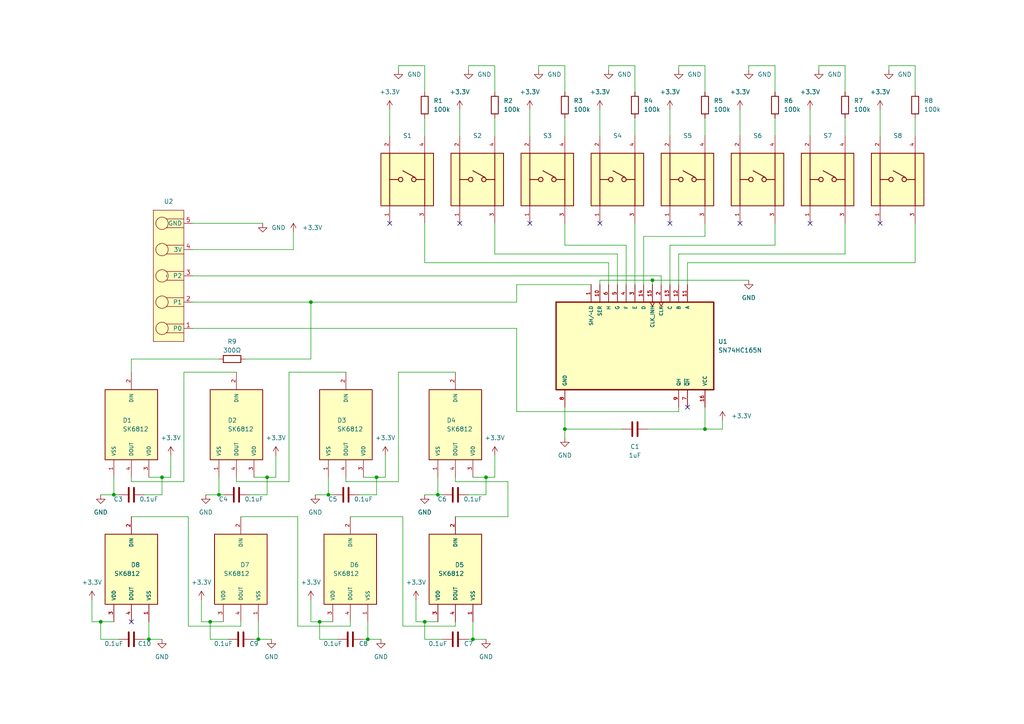
<source format=kicad_sch>
(kicad_sch (version 20230121) (generator eeschema)
  (paper "A4")
  (title_block (title "Basic SMT soldering micro:bit accessory") (date "2024-05-14"))
  (lib_symbols
    (symbol "1655:1655" (pin_names (offset 1.016))
      (property "Reference" "D" (at -10.1621 8.8923 0))
      (property "Value" "1655" (at -10.16 -8.89 0))
      (symbol "1655_0_0"
        (rectangle (start -10.16 -7.62) (end 10.16 7.62) (stroke (width 0.254)) (fill (type background)))
        (pin power_in line (at 15.24 -5.08 180) (length 5.08) (name "VSS") (number "1"))
        (pin input line (at -15.24 0 0) (length 5.08) (name "DIN") (number "2"))
        (pin power_in line (at 15.24 5.08 180) (length 5.08) (name "VDD") (number "3"))
        (pin output line (at 15.24 0 180) (length 5.08) (name "DOUT") (number "4"))
      )
    )
    (symbol "Device:C" (pin_numbers hide) (pin_names (offset 0.254))
      (property "Reference" "C" (at 0.635 2.54 0))
      (property "Value" "C" (at 0.635 -2.54 0))
      (symbol "C_0_1"
        (polyline (pts (xy -2.032 -0.762) (xy 2.032 -0.762)) (stroke (width 0.508)))
        (polyline (pts (xy -2.032 0.762) (xy 2.032 0.762)) (stroke (width 0.508)))
      )
      (symbol "C_1_1"
        (pin passive line (at 0 3.81 270) (length 2.794) (name "~") (number "1"))
        (pin passive line (at 0 -3.81 90) (length 2.794) (name "~") (number "2"))
      )
    )
    (symbol "Device:R" (pin_numbers hide) (pin_names (offset 0))
      (property "Reference" "R" (at 2.032 0 90))
      (property "Value" "R" (at 0 0 90))
      (symbol "R_0_1"
        (rectangle (start -1.016 -2.54) (end 1.016 2.54) (stroke (width 0.254)))
      )
      (symbol "R_1_1"
        (pin passive line (at 0 3.81 270) (length 1.27) (name "~") (number "1"))
        (pin passive line (at 0 -3.81 90) (length 1.27) (name "~") (number "2"))
      )
    )
    (symbol "Microbit_accessory:expansion_connector"
      (property "Reference" "U" (at -22.86 5.08 0))
      (symbol "expansion_connector_0_1"
        (circle (center -15.24 2.54) (radius 1.7961))
        (circle (center -7.62 2.54) (radius 1.7961))
        (polyline (pts (xy -16.51 -3.81) (xy -16.51 1.27)))
        (polyline (pts (xy -13.97 1.27) (xy -13.97 -3.81)))
        (polyline (pts (xy -8.89 -3.81) (xy -8.89 1.27)))
        (polyline (pts (xy -6.35 1.27) (xy -6.35 -3.81)))
        (polyline (pts (xy -1.27 -3.81) (xy -1.27 1.27)))
        (polyline (pts (xy 1.27 1.27) (xy 1.27 -3.81)))
        (polyline (pts (xy 6.35 1.27) (xy 6.35 -3.81)))
        (polyline (pts (xy 8.89 -3.81) (xy 8.89 1.27)))
        (polyline (pts (xy 13.97 1.27) (xy 13.97 -3.81)))
        (polyline (pts (xy 16.51 1.27) (xy 16.51 -3.81)))
        (circle (center 0 2.54) (radius 1.7961))
        (circle (center 7.62 2.54) (radius 1.7961))
        (circle (center 15.24 2.54) (radius 1.7961))
      )
      (symbol "expansion_connector_1_1"
        (rectangle (start -19.05 5.08) (end 19.05 -3.81) (fill (type background)))
        (pin bidirectional line (at -15.24 -6.35 90) (length 2.54) (name "P0") (number "1"))
        (pin bidirectional line (at -7.62 -6.35 90) (length 2.54) (name "P1") (number "2"))
        (pin bidirectional line (at 0 -6.35 90) (length 2.54) (name "P2") (number "3"))
        (pin power_out line (at 7.62 -6.35 90) (length 2.54) (name "3V") (number "4"))
        (pin power_out line (at 15.24 -6.35 90) (length 2.54) (name "GND") (number "5"))
      )
    )
    (symbol "SN74HC165N:SN74HC165N" (pin_names (offset 1.016))
      (property "Reference" "U" (at -12.7 23.86 0))
      (property "Value" "SN74HC165N" (at -12.7 -26.86 0))
      (symbol "SN74HC165N_0_0"
        (rectangle (start -12.7 -22.86) (end 12.7 22.86) (stroke (width 0.41)) (fill (type background)))
        (pin input line (at -17.78 -12.7 0) (length 5.08) (name "SH/~LD") (number "1"))
        (pin input line (at -17.78 -10.16 0) (length 5.08) (name "SER") (number "10"))
        (pin input line (at -17.78 15.24 0) (length 5.08) (name "A") (number "11"))
        (pin input line (at -17.78 12.7 0) (length 5.08) (name "B") (number "12"))
        (pin input line (at -17.78 10.16 0) (length 5.08) (name "C") (number "13"))
        (pin input line (at -17.78 2.54 0) (length 5.08) (name "D") (number "14"))
        (pin input clock (at -17.78 5.08 0) (length 5.08) (name "CLK_INH") (number "15"))
        (pin power_in line (at 17.78 20.32 180) (length 5.08) (name "VCC") (number "16"))
        (pin input clock (at -17.78 7.62 0) (length 5.08) (name "CLK") (number "2"))
        (pin input line (at -17.78 0 0) (length 5.08) (name "E") (number "3"))
        (pin input line (at -17.78 -2.54 0) (length 5.08) (name "F") (number "4"))
        (pin input line (at -17.78 -5.08 0) (length 5.08) (name "G") (number "5"))
        (pin input line (at -17.78 -7.62 0) (length 5.08) (name "H") (number "6"))
        (pin output line (at 17.78 15.24 180) (length 5.08) (name "~{QH}") (number "7"))
        (pin power_in line (at 17.78 -20.32 180) (length 5.08) (name "GND") (number "8"))
        (pin output line (at 17.78 12.7 180) (length 5.08) (name "QH") (number "9"))
      )
    )
    (symbol "TS02-66-95-BK-260-LCR-D:TS02-66-95-BK-260-LCR-D" (pin_names (offset 1.016))
      (property "Reference" "S" (at -7.62 8.382 0))
      (property "Value" "TS02-66-95-BK-260-LCR-D" (at -7.62 -8.382 0))
      (symbol "TS02-66-95-BK-260-LCR-D_0_0"
        (rectangle (start -7.62 -7.62) (end 7.62 7.62) (stroke (width 0.254)) (fill (type background)))
        (circle (center 0 -1.905) (radius 0.635) (stroke (width 0.254)))
        (polyline (pts (xy 0 -5.08) (xy -7.62 -5.08)) (stroke (width 0.254)))
        (polyline (pts (xy 0 -5.08) (xy 7.62 -5.08)) (stroke (width 0.254)))
        (polyline (pts (xy 0 -2.54) (xy 0 -5.08)) (stroke (width 0.254)))
        (polyline (pts (xy 0 5.08) (xy -7.62 5.08)) (stroke (width 0.254)))
        (polyline (pts (xy 0 5.08) (xy 0 2.54)) (stroke (width 0.254)))
        (polyline (pts (xy 0 5.08) (xy 7.62 5.08)) (stroke (width 0.254)))
        (polyline (pts (xy 0.635 -2.2225) (xy 2.54 1.27)) (stroke (width 0.254)))
        (circle (center 0 1.905) (radius 0.635) (stroke (width 0.254)))
        (pin passive line (at -12.7 5.08 0) (length 5.08) (name "~") (number "1"))
        (pin passive line (at 12.7 5.08 180) (length 5.08) (name "~") (number "2"))
        (pin passive line (at -12.7 -5.08 0) (length 5.08) (name "~") (number "3"))
        (pin passive line (at 12.7 -5.08 180) (length 5.08) (name "~") (number "4"))
      )
    )
    (symbol "power:+3.3V" (power) (pin_names (offset 0))
      (property "Value" "+3.3V" (at 0 3.556 0))
      (symbol "+3.3V_0_1"
        (polyline (pts (xy -0.762 1.27) (xy 0 2.54)))
        (polyline (pts (xy 0 0) (xy 0 2.54)))
        (polyline (pts (xy 0 2.54) (xy 0.762 1.27)))
      )
      (symbol "+3.3V_1_1"
        (pin power_in line (at 0 0 90) (length 0) hide (name "+3.3V") (number "1"))
      )
    )
    (symbol "power:GND" (power) (pin_names (offset 0))
      (property "Value" "GND" (at 0 -3.81 0))
      (symbol "GND_0_1"
        (polyline (pts (xy 0 0) (xy 0 -1.27) (xy 1.27 -1.27) (xy 0 -2.54) (xy -1.27 -1.27) (xy 0 -1.27)))
      )
      (symbol "GND_1_1"
        (pin power_in line (at 0 0 270) (length 0) hide (name "GND") (number "1"))
      )
    )
  )
  (junction (at 137.16 185.42))
  (junction (at 106.68 185.42))
  (junction (at 33.02 143.51))
  (junction (at 189.23 81.28))
  (junction (at 46.99 138.43))
  (junction (at 90.17 87.63))
  (junction (at 60.96 180.34))
  (junction (at 204.47 124.46))
  (junction (at 140.97 138.43))
  (junction (at 92.71 180.34))
  (junction (at 77.47 138.43))
  (junction (at 123.19 180.34))
  (junction (at 95.25 143.51))
  (junction (at 29.21 180.34))
  (junction (at 109.22 138.43))
  (junction (at 163.83 124.46))
  (junction (at 43.18 185.42))
  (junction (at 63.5 143.51))
  (junction (at 74.93 185.42))
  (junction (at 127 143.51))
  (no_connect (at 133.35 64.77))
  (no_connect (at 113.03 64.77))
  (no_connect (at 194.31 64.77))
  (no_connect (at 153.67 64.77))
  (no_connect (at 255.27 64.77))
  (no_connect (at 234.95 64.77))
  (no_connect (at 199.39 118.11))
  (no_connect (at 38.1 180.34))
  (no_connect (at 214.63 64.77))
  (no_connect (at 173.99 64.77))
  (wire (pts (xy 149.86 95.25) (xy 55.88 95.25)))
  (wire (pts (xy 77.47 138.43) (xy 80.01 138.43)))
  (wire (pts (xy 120.65 173.99) (xy 120.65 180.34)))
  (wire (pts (xy 55.88 72.39) (xy 85.09 72.39)))
  (wire (pts (xy 163.83 19.05) (xy 163.83 26.67)))
  (wire (pts (xy 143.51 64.77) (xy 143.51 73.66)))
  (wire (pts (xy 49.53 132.08) (xy 49.53 138.43)))
  (wire (pts (xy 105.41 138.43) (xy 109.22 138.43)))
  (wire (pts (xy 176.53 76.2) (xy 176.53 82.55)))
  (wire (pts (xy 123.19 180.34) (xy 123.19 185.42)))
  (wire (pts (xy 113.03 31.75) (xy 113.03 39.37)))
  (wire (pts (xy 199.39 76.2) (xy 199.39 82.55)))
  (wire (pts (xy 257.81 19.05) (xy 265.43 19.05)))
  (wire (pts (xy 92.71 180.34) (xy 92.71 185.42)))
  (wire (pts (xy 137.16 138.43) (xy 140.97 138.43)))
  (wire (pts (xy 163.83 64.77) (xy 163.83 71.12)))
  (wire (pts (xy 90.17 87.63) (xy 149.86 87.63)))
  (wire (pts (xy 58.42 173.99) (xy 58.42 180.34)))
  (wire (pts (xy 189.23 81.28) (xy 217.17 81.28)))
  (wire (pts (xy 106.68 180.34) (xy 106.68 185.42)))
  (wire (pts (xy 85.09 67.31) (xy 85.09 72.39)))
  (wire (pts (xy 68.58 139.7) (xy 83.82 139.7)))
  (wire (pts (xy 123.19 34.29) (xy 123.19 39.37)))
  (wire (pts (xy 95.25 143.51) (xy 91.44 143.51)))
  (wire (pts (xy 204.47 34.29) (xy 204.47 39.37)))
  (wire (pts (xy 140.97 138.43) (xy 140.97 143.51)))
  (wire (pts (xy 116.84 181.61) (xy 116.84 149.86)))
  (wire (pts (xy 132.08 181.61) (xy 116.84 181.61)))
  (wire (pts (xy 163.83 118.11) (xy 163.83 124.46)))
  (wire (pts (xy 196.85 118.11) (xy 196.85 119.38)))
  (wire (pts (xy 184.15 19.05) (xy 184.15 26.67)))
  (wire (pts (xy 95.25 143.51) (xy 96.52 143.51)))
  (wire (pts (xy 86.36 181.61) (xy 86.36 149.86)))
  (wire (pts (xy 135.89 20.32) (xy 135.89 19.05)))
  (wire (pts (xy 74.93 185.42) (xy 78.74 185.42)))
  (wire (pts (xy 54.61 149.86) (xy 38.1 149.86)))
  (wire (pts (xy 176.53 19.05) (xy 184.15 19.05)))
  (wire (pts (xy 55.88 87.63) (xy 90.17 87.63)))
  (wire (pts (xy 68.58 138.43) (xy 68.58 139.7)))
  (wire (pts (xy 184.15 34.29) (xy 184.15 39.37)))
  (wire (pts (xy 38.1 139.7) (xy 53.34 139.7)))
  (wire (pts (xy 74.93 185.42) (xy 73.66 185.42)))
  (wire (pts (xy 153.67 31.75) (xy 153.67 39.37)))
  (wire (pts (xy 64.77 180.34) (xy 60.96 180.34)))
  (wire (pts (xy 135.89 143.51) (xy 140.97 143.51)))
  (wire (pts (xy 204.47 19.05) (xy 204.47 26.67)))
  (wire (pts (xy 33.02 143.51) (xy 34.29 143.51)))
  (wire (pts (xy 194.31 71.12) (xy 194.31 82.55)))
  (wire (pts (xy 69.85 180.34) (xy 69.85 181.61)))
  (wire (pts (xy 53.34 107.95) (xy 68.58 107.95)))
  (wire (pts (xy 149.86 119.38) (xy 149.86 95.25)))
  (wire (pts (xy 54.61 149.86) (xy 54.61 181.61)))
  (wire (pts (xy 63.5 138.43) (xy 63.5 143.51)))
  (wire (pts (xy 149.86 119.38) (xy 196.85 119.38)))
  (wire (pts (xy 123.19 180.34) (xy 120.65 180.34)))
  (wire (pts (xy 127 143.51) (xy 128.27 143.51)))
  (wire (pts (xy 43.18 138.43) (xy 46.99 138.43)))
  (wire (pts (xy 137.16 185.42) (xy 140.97 185.42)))
  (wire (pts (xy 135.89 19.05) (xy 143.51 19.05)))
  (wire (pts (xy 137.16 185.42) (xy 135.89 185.42)))
  (wire (pts (xy 265.43 19.05) (xy 265.43 26.67)))
  (wire (pts (xy 74.93 180.34) (xy 74.93 185.42)))
  (wire (pts (xy 265.43 34.29) (xy 265.43 39.37)))
  (wire (pts (xy 163.83 124.46) (xy 163.83 127)))
  (wire (pts (xy 224.79 71.12) (xy 194.31 71.12)))
  (wire (pts (xy 80.01 132.08) (xy 80.01 138.43)))
  (wire (pts (xy 214.63 31.75) (xy 214.63 39.37)))
  (wire (pts (xy 245.11 73.66) (xy 196.85 73.66)))
  (wire (pts (xy 115.57 19.05) (xy 115.57 20.32)))
  (wire (pts (xy 187.96 124.46) (xy 204.47 124.46)))
  (wire (pts (xy 245.11 64.77) (xy 245.11 73.66)))
  (wire (pts (xy 163.83 71.12) (xy 181.61 71.12)))
  (wire (pts (xy 237.49 19.05) (xy 245.11 19.05)))
  (wire (pts (xy 234.95 31.75) (xy 234.95 39.37)))
  (wire (pts (xy 173.99 81.28) (xy 189.23 81.28)))
  (wire (pts (xy 63.5 143.51) (xy 59.69 143.51)))
  (wire (pts (xy 127 143.51) (xy 123.19 143.51)))
  (wire (pts (xy 38.1 104.14) (xy 63.5 104.14)))
  (wire (pts (xy 43.18 185.42) (xy 46.99 185.42)))
  (wire (pts (xy 137.16 180.34) (xy 137.16 185.42)))
  (wire (pts (xy 115.57 107.95) (xy 115.57 139.7)))
  (wire (pts (xy 46.99 138.43) (xy 46.99 143.51)))
  (wire (pts (xy 92.71 180.34) (xy 90.17 180.34)))
  (wire (pts (xy 245.11 19.05) (xy 245.11 26.67)))
  (wire (pts (xy 257.81 20.32) (xy 257.81 19.05)))
  (wire (pts (xy 128.27 185.42) (xy 123.19 185.42)))
  (wire (pts (xy 26.67 173.99) (xy 26.67 180.34)))
  (wire (pts (xy 196.85 19.05) (xy 204.47 19.05)))
  (wire (pts (xy 38.1 107.95) (xy 38.1 104.14)))
  (wire (pts (xy 100.33 138.43) (xy 100.33 139.7)))
  (wire (pts (xy 163.83 124.46) (xy 180.34 124.46)))
  (wire (pts (xy 181.61 71.12) (xy 181.61 82.55)))
  (wire (pts (xy 90.17 87.63) (xy 90.17 104.14)))
  (wire (pts (xy 60.96 180.34) (xy 58.42 180.34)))
  (wire (pts (xy 176.53 20.32) (xy 176.53 19.05)))
  (wire (pts (xy 33.02 138.43) (xy 33.02 143.51)))
  (wire (pts (xy 101.6 181.61) (xy 86.36 181.61)))
  (wire (pts (xy 109.22 138.43) (xy 109.22 143.51)))
  (wire (pts (xy 237.49 20.32) (xy 237.49 19.05)))
  (wire (pts (xy 143.51 73.66) (xy 179.07 73.66)))
  (wire (pts (xy 63.5 143.51) (xy 64.77 143.51)))
  (wire (pts (xy 41.91 143.51) (xy 46.99 143.51)))
  (wire (pts (xy 156.21 19.05) (xy 163.83 19.05)))
  (wire (pts (xy 104.14 143.51) (xy 109.22 143.51)))
  (wire (pts (xy 196.85 73.66) (xy 196.85 82.55)))
  (wire (pts (xy 156.21 20.32) (xy 156.21 19.05)))
  (wire (pts (xy 147.32 139.7) (xy 147.32 149.86)))
  (wire (pts (xy 186.69 68.58) (xy 186.69 82.55)))
  (wire (pts (xy 86.36 149.86) (xy 69.85 149.86)))
  (wire (pts (xy 106.68 185.42) (xy 105.41 185.42)))
  (wire (pts (xy 149.86 82.55) (xy 149.86 87.63)))
  (wire (pts (xy 43.18 180.34) (xy 43.18 185.42)))
  (wire (pts (xy 127 180.34) (xy 123.19 180.34)))
  (wire (pts (xy 194.31 31.75) (xy 194.31 39.37)))
  (wire (pts (xy 83.82 139.7) (xy 83.82 107.95)))
  (wire (pts (xy 189.23 82.55) (xy 189.23 81.28)))
  (wire (pts (xy 132.08 139.7) (xy 147.32 139.7)))
  (wire (pts (xy 123.19 64.77) (xy 123.19 76.2)))
  (wire (pts (xy 143.51 34.29) (xy 143.51 39.37)))
  (wire (pts (xy 224.79 19.05) (xy 224.79 26.67)))
  (wire (pts (xy 265.43 76.2) (xy 199.39 76.2)))
  (wire (pts (xy 163.83 34.29) (xy 163.83 39.37)))
  (wire (pts (xy 173.99 82.55) (xy 173.99 81.28)))
  (wire (pts (xy 173.99 31.75) (xy 173.99 39.37)))
  (wire (pts (xy 83.82 107.95) (xy 100.33 107.95)))
  (wire (pts (xy 143.51 19.05) (xy 143.51 26.67)))
  (wire (pts (xy 77.47 138.43) (xy 77.47 143.51)))
  (wire (pts (xy 55.88 64.77) (xy 76.2 64.77)))
  (wire (pts (xy 217.17 20.32) (xy 217.17 19.05)))
  (wire (pts (xy 111.76 132.08) (xy 111.76 138.43)))
  (wire (pts (xy 196.85 20.32) (xy 196.85 19.05)))
  (wire (pts (xy 217.17 19.05) (xy 224.79 19.05)))
  (wire (pts (xy 184.15 64.77) (xy 184.15 82.55)))
  (wire (pts (xy 127 138.43) (xy 127 143.51)))
  (wire (pts (xy 245.11 34.29) (xy 245.11 39.37)))
  (wire (pts (xy 123.19 19.05) (xy 123.19 26.67)))
  (wire (pts (xy 109.22 138.43) (xy 111.76 138.43)))
  (wire (pts (xy 90.17 173.99) (xy 90.17 180.34)))
  (wire (pts (xy 265.43 64.77) (xy 265.43 76.2)))
  (wire (pts (xy 116.84 149.86) (xy 101.6 149.86)))
  (wire (pts (xy 149.86 82.55) (xy 171.45 82.55)))
  (wire (pts (xy 106.68 185.42) (xy 110.49 185.42)))
  (wire (pts (xy 132.08 138.43) (xy 132.08 139.7)))
  (wire (pts (xy 95.25 138.43) (xy 95.25 143.51)))
  (wire (pts (xy 204.47 64.77) (xy 204.47 68.58)))
  (wire (pts (xy 43.18 185.42) (xy 41.91 185.42)))
  (wire (pts (xy 204.47 118.11) (xy 204.47 124.46)))
  (wire (pts (xy 33.02 143.51) (xy 29.21 143.51)))
  (wire (pts (xy 123.19 76.2) (xy 176.53 76.2)))
  (wire (pts (xy 60.96 180.34) (xy 60.96 185.42)))
  (wire (pts (xy 69.85 181.61) (xy 54.61 181.61)))
  (wire (pts (xy 209.55 124.46) (xy 209.55 121.92)))
  (wire (pts (xy 115.57 19.05) (xy 123.19 19.05)))
  (wire (pts (xy 34.29 185.42) (xy 29.21 185.42)))
  (wire (pts (xy 66.04 185.42) (xy 60.96 185.42)))
  (wire (pts (xy 115.57 107.95) (xy 132.08 107.95)))
  (wire (pts (xy 133.35 31.75) (xy 133.35 39.37)))
  (wire (pts (xy 29.21 180.34) (xy 29.21 185.42)))
  (wire (pts (xy 100.33 139.7) (xy 115.57 139.7)))
  (wire (pts (xy 143.51 132.08) (xy 143.51 138.43)))
  (wire (pts (xy 101.6 180.34) (xy 101.6 181.61)))
  (wire (pts (xy 71.12 104.14) (xy 90.17 104.14)))
  (wire (pts (xy 224.79 64.77) (xy 224.79 71.12)))
  (wire (pts (xy 204.47 68.58) (xy 186.69 68.58)))
  (wire (pts (xy 29.21 180.34) (xy 26.67 180.34)))
  (wire (pts (xy 209.55 124.46) (xy 204.47 124.46)))
  (wire (pts (xy 53.34 139.7) (xy 53.34 107.95)))
  (wire (pts (xy 97.79 185.42) (xy 92.71 185.42)))
  (wire (pts (xy 46.99 138.43) (xy 49.53 138.43)))
  (wire (pts (xy 132.08 180.34) (xy 132.08 181.61)))
  (wire (pts (xy 224.79 34.29) (xy 224.79 39.37)))
  (wire (pts (xy 140.97 138.43) (xy 143.51 138.43)))
  (wire (pts (xy 55.88 80.01) (xy 191.77 80.01)))
  (wire (pts (xy 132.08 149.86) (xy 147.32 149.86)))
  (wire (pts (xy 33.02 180.34) (xy 29.21 180.34)))
  (wire (pts (xy 38.1 138.43) (xy 38.1 139.7)))
  (wire (pts (xy 255.27 31.75) (xy 255.27 39.37)))
  (wire (pts (xy 72.39 143.51) (xy 77.47 143.51)))
  (wire (pts (xy 191.77 82.55) (xy 191.77 80.01)))
  (wire (pts (xy 96.52 180.34) (xy 92.71 180.34)))
  (wire (pts (xy 179.07 73.66) (xy 179.07 82.55)))
  (wire (pts (xy 73.66 138.43) (xy 77.47 138.43)))
  (symbol (lib_id "power:+3.3V") (at 90.17 173.99 0) (mirror y) (unit 1)
    (property "Reference" "#PWR032" (effects hide))
    (property "Value" "+3.3V" (at 90.17 168.91 0))
  )
  (symbol (lib_id "power:+3.3V") (at 111.76 132.08 0) (unit 1)
    (property "Reference" "#PWR026" (effects hide))
    (property "Value" "+3.3V" (at 111.76 127 0))
  )
  (symbol (lib_id "Microbit_accessory:expansion_connector") (at 49.53 80.01 90) (unit 1)
    (property "Reference" "U2" (at 48.895 58.42 90))
    (property "Value" "~" (at 48.26 80.01 0))
  )
  (symbol (lib_id "Device:R") (at 204.47 30.48 0) (unit 1)
    (property "Reference" "R5" (at 207.01 29.21 0) (effects (justify left)))
    (property "Value" "100k" (at 207.01 31.75 0) (effects (justify left)))
  )
  (symbol (lib_id "Device:C") (at 38.1 143.51 270) (unit 1)
    (property "Reference" "C3" (at 34.29 144.78 90))
    (property "Value" "0.1uF" (at 43.18 144.78 90))
  )
  (symbol (lib_id "TS02-66-95-BK-260-LCR-D:TS02-66-95-BK-260-LCR-D") (at 199.39 52.07 90) (unit 1)
    (property "Reference" "S5" (at 198.12 39.37 90) (effects (justify right)))
    (property "Value" "TS02-66-95-BK-260-LCR-D" (effects hide))
    (property "Footprint" "TS02-66-95-BK-260-LCR-D:SW_TS02-66-95-BK-260-LCR-D" (effects hide))
    (property "MF" "CUI Devices" (effects hide))
    (property "Description" "6 x 6 mm, 9.5 mm Actuator Height, 260 gf, Black, Long Crimped, Through Hole, SPST, Tactile Switch" (effects hide))
    (property "Package" "None" (effects hide))
    (property "Price" "None" (effects hide))
    (property "Check_prices" "https://www.snapeda.com/parts/TS02-66-95-BK-260-LCR-D/CUI+Devices/view-part/?ref=eda" (effects hide))
    (property "STANDARD" "Manufacturer Recommendations" (effects hide))
    (property "PARTREV" "1.0" (effects hide))
    (property "SnapEDA_Link" "https://www.snapeda.com/parts/TS02-66-95-BK-260-LCR-D/CUI+Devices/view-part/?ref=snap" (effects hide))
    (property "MP" "TS02-66-95-BK-260-LCR-D" (effects hide))
    (property "Purchase-URL" "https://www.snapeda.com/api/url_track_click_mouser/?unipart_id=8666106&manufacturer=CUI Devices&part_name=TS02-66-95-BK-260-LCR-D&search_term=tactile switch" (effects hide))
    (property "CUI_purchase_URL" "https://www.cuidevices.com/product/switches/tactile-switches/ts02-66-95-bk-260-lcr-d?utm_source=snapeda.com&utm_medium=referral&utm_campaign=snapedaBOM" (effects hide))
    (property "Availability" "In Stock" (effects hide))
    (property "MANUFACTURER" "CUI Devices" (effects hide))
  )
  (symbol (lib_id "power:+3.3V") (at 153.67 31.75 0) (unit 1)
    (property "Reference" "#PWR012" (effects hide))
    (property "Value" "+3.3V" (at 153.67 26.67 0))
  )
  (symbol (lib_id "1655:1655") (at 38.1 165.1 90) (mirror x) (unit 1)
    (property "Reference" "D8" (at 40.64 163.83 90) (effects (justify left)))
    (property "Value" "SK6812" (at 40.64 166.37 90) (effects (justify left)))
    (property "Footprint" "1655:LED_1655" (effects hide))
    (property "MF" "Adafruit Industries" (effects hide))
    (property "MAXIMUM_PACKAGE_HEIGHT" "1.6 mm" (effects hide))
    (property "Package" "TSOP-38238 Adafruit Industries" (effects hide))
    (property "Price" "None" (effects hide))
    (property "Check_prices" "https://www.snapeda.com/parts/1655/Adafruit+Industries+LLC/view-part/?ref=eda" (effects hide))
    (property "STANDARD" "Manufacturer recommendations" (effects hide))
    (property "PARTREV" "01" (effects hide))
    (property "SnapEDA_Link" "https://www.snapeda.com/parts/1655/Adafruit+Industries+LLC/view-part/?ref=snap" (effects hide))
    (property "MP" "1655" (effects hide))
    (property "Purchase-URL" "https://www.snapeda.com/api/url_track_click_mouser/?unipart_id=53433&manufacturer=Adafruit Industries&part_name=1655&search_term=neopixel" (effects hide))
    (property "Description" "\nAddressable Lighting Neopixel 10 LED Discrete Serial (Shift Register) Red, Green, Blue (RGB) 5.00mm L x 5.00mm W\n" (effects hide))
    (property "Availability" "In Stock" (effects hide))
    (property "MANUFACTURER" "Adafruit Industries" (effects hide))
  )
  (symbol (lib_id "Device:C") (at 100.33 143.51 270) (unit 1)
    (property "Reference" "C5" (at 96.52 144.78 90))
    (property "Value" "0.1uF" (at 105.41 144.78 90))
  )
  (symbol (lib_id "power:GND") (at 76.2 64.77 0) (unit 1)
    (property "Reference" "#PWR016" (effects hide))
    (property "Value" "GND" (at 78.74 66.04 0) (effects (justify left)))
  )
  (symbol (lib_id "1655:1655") (at 68.58 123.19 270) (unit 1)
    (property "Reference" "D2" (at 66.04 121.92 90) (effects (justify left)))
    (property "Value" "SK6812" (at 66.04 124.46 90) (effects (justify left)))
    (property "Footprint" "1655:LED_1655" (effects hide))
    (property "MF" "Adafruit Industries" (effects hide))
    (property "MAXIMUM_PACKAGE_HEIGHT" "1.6 mm" (effects hide))
    (property "Package" "TSOP-38238 Adafruit Industries" (effects hide))
    (property "Price" "None" (effects hide))
    (property "Check_prices" "https://www.snapeda.com/parts/1655/Adafruit+Industries+LLC/view-part/?ref=eda" (effects hide))
    (property "STANDARD" "Manufacturer recommendations" (effects hide))
    (property "PARTREV" "01" (effects hide))
    (property "SnapEDA_Link" "https://www.snapeda.com/parts/1655/Adafruit+Industries+LLC/view-part/?ref=snap" (effects hide))
    (property "MP" "1655" (effects hide))
    (property "Purchase-URL" "https://www.snapeda.com/api/url_track_click_mouser/?unipart_id=53433&manufacturer=Adafruit Industries&part_name=1655&search_term=neopixel" (effects hide))
    (property "Description" "\nAddressable Lighting Neopixel 10 LED Discrete Serial (Shift Register) Red, Green, Blue (RGB) 5.00mm L x 5.00mm W\n" (effects hide))
    (property "Availability" "In Stock" (effects hide))
    (property "MANUFACTURER" "Adafruit Industries" (effects hide))
  )
  (symbol (lib_id "TS02-66-95-BK-260-LCR-D:TS02-66-95-BK-260-LCR-D") (at 138.43 52.07 90) (unit 1)
    (property "Reference" "S2" (at 137.16 39.37 90) (effects (justify right)))
    (property "Value" "TS02-66-95-BK-260-LCR-D" (effects hide))
    (property "Footprint" "TS02-66-95-BK-260-LCR-D:SW_TS02-66-95-BK-260-LCR-D" (effects hide))
    (property "MF" "CUI Devices" (effects hide))
    (property "Description" "6 x 6 mm, 9.5 mm Actuator Height, 260 gf, Black, Long Crimped, Through Hole, SPST, Tactile Switch" (effects hide))
    (property "Package" "None" (effects hide))
    (property "Price" "None" (effects hide))
    (property "Check_prices" "https://www.snapeda.com/parts/TS02-66-95-BK-260-LCR-D/CUI+Devices/view-part/?ref=eda" (effects hide))
    (property "STANDARD" "Manufacturer Recommendations" (effects hide))
    (property "PARTREV" "1.0" (effects hide))
    (property "SnapEDA_Link" "https://www.snapeda.com/parts/TS02-66-95-BK-260-LCR-D/CUI+Devices/view-part/?ref=snap" (effects hide))
    (property "MP" "TS02-66-95-BK-260-LCR-D" (effects hide))
    (property "Purchase-URL" "https://www.snapeda.com/api/url_track_click_mouser/?unipart_id=8666106&manufacturer=CUI Devices&part_name=TS02-66-95-BK-260-LCR-D&search_term=tactile switch" (effects hide))
    (property "CUI_purchase_URL" "https://www.cuidevices.com/product/switches/tactile-switches/ts02-66-95-bk-260-lcr-d?utm_source=snapeda.com&utm_medium=referral&utm_campaign=snapedaBOM" (effects hide))
    (property "Availability" "In Stock" (effects hide))
    (property "MANUFACTURER" "CUI Devices" (effects hide))
  )
  (symbol (lib_id "power:GND") (at 29.21 143.51 0) (unit 1)
    (property "Reference" "#PWR022" (effects hide))
    (property "Value" "GND" (at 29.21 148.59 0))
  )
  (symbol (lib_id "Device:R") (at 245.11 30.48 0) (unit 1)
    (property "Reference" "R7" (at 247.65 29.21 0) (effects (justify left)))
    (property "Value" "100k" (at 247.65 31.75 0) (effects (justify left)))
  )
  (symbol (lib_id "power:+3.3V") (at 194.31 31.75 0) (unit 1)
    (property "Reference" "#PWR014" (effects hide))
    (property "Value" "+3.3V" (at 194.31 26.67 0))
  )
  (symbol (lib_id "power:+3.3V") (at 209.55 121.92 0) (unit 1)
    (property "Reference" "#PWR020" (effects hide))
    (property "Value" "+3.3V" (at 212.09 120.65 0) (effects (justify left)))
  )
  (symbol (lib_id "Device:R") (at 265.43 30.48 0) (unit 1)
    (property "Reference" "R8" (at 267.97 29.21 0) (effects (justify left)))
    (property "Value" "100k" (at 267.97 31.75 0) (effects (justify left)))
  )
  (symbol (lib_id "1655:1655") (at 38.1 123.19 270) (unit 1)
    (property "Reference" "D1" (at 35.56 121.92 90) (effects (justify left)))
    (property "Value" "SK6812" (at 35.56 124.46 90) (effects (justify left)))
    (property "Footprint" "1655:LED_1655" (effects hide))
    (property "MF" "Adafruit Industries" (effects hide))
    (property "MAXIMUM_PACKAGE_HEIGHT" "1.6 mm" (effects hide))
    (property "Package" "TSOP-38238 Adafruit Industries" (effects hide))
    (property "Price" "None" (effects hide))
    (property "Check_prices" "https://www.snapeda.com/parts/1655/Adafruit+Industries+LLC/view-part/?ref=eda" (effects hide))
    (property "STANDARD" "Manufacturer recommendations" (effects hide))
    (property "PARTREV" "01" (effects hide))
    (property "SnapEDA_Link" "https://www.snapeda.com/parts/1655/Adafruit+Industries+LLC/view-part/?ref=snap" (effects hide))
    (property "MP" "1655" (effects hide))
    (property "Purchase-URL" "https://www.snapeda.com/api/url_track_click_mouser/?unipart_id=53433&manufacturer=Adafruit Industries&part_name=1655&search_term=neopixel" (effects hide))
    (property "Description" "\nAddressable Lighting Neopixel 10 LED Discrete Serial (Shift Register) Red, Green, Blue (RGB) 5.00mm L x 5.00mm W\n" (effects hide))
    (property "Availability" "In Stock" (effects hide))
    (property "MANUFACTURER" "Adafruit Industries" (effects hide))
  )
  (symbol (lib_id "TS02-66-95-BK-260-LCR-D:TS02-66-95-BK-260-LCR-D") (at 260.35 52.07 90) (unit 1)
    (property "Reference" "S8" (at 259.08 39.37 90) (effects (justify right)))
    (property "Value" "TS02-66-95-BK-260-LCR-D" (effects hide))
    (property "Footprint" "TS02-66-95-BK-260-LCR-D:SW_TS02-66-95-BK-260-LCR-D" (effects hide))
    (property "MF" "CUI Devices" (effects hide))
    (property "Description" "6 x 6 mm, 9.5 mm Actuator Height, 260 gf, Black, Long Crimped, Through Hole, SPST, Tactile Switch" (effects hide))
    (property "Package" "None" (effects hide))
    (property "Price" "None" (effects hide))
    (property "Check_prices" "https://www.snapeda.com/parts/TS02-66-95-BK-260-LCR-D/CUI+Devices/view-part/?ref=eda" (effects hide))
    (property "STANDARD" "Manufacturer Recommendations" (effects hide))
    (property "PARTREV" "1.0" (effects hide))
    (property "SnapEDA_Link" "https://www.snapeda.com/parts/TS02-66-95-BK-260-LCR-D/CUI+Devices/view-part/?ref=snap" (effects hide))
    (property "MP" "TS02-66-95-BK-260-LCR-D" (effects hide))
    (property "Purchase-URL" "https://www.snapeda.com/api/url_track_click_mouser/?unipart_id=8666106&manufacturer=CUI Devices&part_name=TS02-66-95-BK-260-LCR-D&search_term=tactile switch" (effects hide))
    (property "CUI_purchase_URL" "https://www.cuidevices.com/product/switches/tactile-switches/ts02-66-95-bk-260-lcr-d?utm_source=snapeda.com&utm_medium=referral&utm_campaign=snapedaBOM" (effects hide))
    (property "Availability" "In Stock" (effects hide))
    (property "MANUFACTURER" "CUI Devices" (effects hide))
  )
  (symbol (lib_id "power:+3.3V") (at 255.27 31.75 0) (unit 1)
    (property "Reference" "#PWR019" (effects hide))
    (property "Value" "+3.3V" (at 255.27 26.67 0))
  )
  (symbol (lib_id "power:GND") (at 176.53 20.32 0) (unit 1)
    (property "Reference" "#PWR05" (effects hide))
    (property "Value" "GND" (at 179.07 21.59 0) (effects (justify left)))
  )
  (symbol (lib_id "Device:R") (at 143.51 30.48 0) (unit 1)
    (property "Reference" "R2" (at 146.05 29.21 0) (effects (justify left)))
    (property "Value" "100k" (at 146.05 31.75 0) (effects (justify left)))
  )
  (symbol (lib_id "power:GND") (at 123.19 143.51 0) (unit 1)
    (property "Reference" "#PWR027" (effects hide))
    (property "Value" "GND" (at 123.19 148.59 0))
  )
  (symbol (lib_id "power:GND") (at 110.49 185.42 0) (mirror y) (unit 1)
    (property "Reference" "#PWR031" (effects hide))
    (property "Value" "GND" (at 110.49 190.5 0))
  )
  (symbol (lib_id "TS02-66-95-BK-260-LCR-D:TS02-66-95-BK-260-LCR-D") (at 179.07 52.07 90) (unit 1)
    (property "Reference" "S4" (at 177.8 39.37 90) (effects (justify right)))
    (property "Value" "TS02-66-95-BK-260-LCR-D" (effects hide))
    (property "Footprint" "TS02-66-95-BK-260-LCR-D:SW_TS02-66-95-BK-260-LCR-D" (effects hide))
    (property "MF" "CUI Devices" (effects hide))
    (property "Description" "6 x 6 mm, 9.5 mm Actuator Height, 260 gf, Black, Long Crimped, Through Hole, SPST, Tactile Switch" (effects hide))
    (property "Package" "None" (effects hide))
    (property "Price" "None" (effects hide))
    (property "Check_prices" "https://www.snapeda.com/parts/TS02-66-95-BK-260-LCR-D/CUI+Devices/view-part/?ref=eda" (effects hide))
    (property "STANDARD" "Manufacturer Recommendations" (effects hide))
    (property "PARTREV" "1.0" (effects hide))
    (property "SnapEDA_Link" "https://www.snapeda.com/parts/TS02-66-95-BK-260-LCR-D/CUI+Devices/view-part/?ref=snap" (effects hide))
    (property "MP" "TS02-66-95-BK-260-LCR-D" (effects hide))
    (property "Purchase-URL" "https://www.snapeda.com/api/url_track_click_mouser/?unipart_id=8666106&manufacturer=CUI Devices&part_name=TS02-66-95-BK-260-LCR-D&search_term=tactile switch" (effects hide))
    (property "CUI_purchase_URL" "https://www.cuidevices.com/product/switches/tactile-switches/ts02-66-95-bk-260-lcr-d?utm_source=snapeda.com&utm_medium=referral&utm_campaign=snapedaBOM" (effects hide))
    (property "Availability" "In Stock" (effects hide))
    (property "MANUFACTURER" "CUI Devices" (effects hide))
  )
  (symbol (lib_id "Device:C") (at 68.58 143.51 270) (unit 1)
    (property "Reference" "C4" (at 64.77 144.78 90))
    (property "Value" "0.1uF" (at 73.66 144.78 90))
  )
  (symbol (lib_id "TS02-66-95-BK-260-LCR-D:TS02-66-95-BK-260-LCR-D") (at 158.75 52.07 90) (unit 1)
    (property "Reference" "S3" (at 157.48 39.37 90) (effects (justify right)))
    (property "Value" "TS02-66-95-BK-260-LCR-D" (effects hide))
    (property "Footprint" "TS02-66-95-BK-260-LCR-D:SW_TS02-66-95-BK-260-LCR-D" (effects hide))
    (property "MF" "CUI Devices" (effects hide))
    (property "Description" "6 x 6 mm, 9.5 mm Actuator Height, 260 gf, Black, Long Crimped, Through Hole, SPST, Tactile Switch" (effects hide))
    (property "Package" "None" (effects hide))
    (property "Price" "None" (effects hide))
    (property "Check_prices" "https://www.snapeda.com/parts/TS02-66-95-BK-260-LCR-D/CUI+Devices/view-part/?ref=eda" (effects hide))
    (property "STANDARD" "Manufacturer Recommendations" (effects hide))
    (property "PARTREV" "1.0" (effects hide))
    (property "SnapEDA_Link" "https://www.snapeda.com/parts/TS02-66-95-BK-260-LCR-D/CUI+Devices/view-part/?ref=snap" (effects hide))
    (property "MP" "TS02-66-95-BK-260-LCR-D" (effects hide))
    (property "Purchase-URL" "https://www.snapeda.com/api/url_track_click_mouser/?unipart_id=8666106&manufacturer=CUI Devices&part_name=TS02-66-95-BK-260-LCR-D&search_term=tactile switch" (effects hide))
    (property "CUI_purchase_URL" "https://www.cuidevices.com/product/switches/tactile-switches/ts02-66-95-bk-260-lcr-d?utm_source=snapeda.com&utm_medium=referral&utm_campaign=snapedaBOM" (effects hide))
    (property "Availability" "In Stock" (effects hide))
    (property "MANUFACTURER" "CUI Devices" (effects hide))
  )
  (symbol (lib_id "Device:C") (at 184.15 124.46 90) (mirror x) (unit 1)
    (property "Reference" "C1" (at 184.15 129.54 90))
    (property "Value" "1uF" (at 184.15 132.08 90))
  )
  (symbol (lib_id "power:+3.3V") (at 214.63 31.75 0) (unit 1)
    (property "Reference" "#PWR015" (effects hide))
    (property "Value" "+3.3V" (at 214.63 26.67 0))
  )
  (symbol (lib_id "power:GND") (at 257.81 20.32 0) (unit 1)
    (property "Reference" "#PWR01" (effects hide))
    (property "Value" "GND" (at 260.35 21.59 0) (effects (justify left)))
  )
  (symbol (lib_id "SN74HC165N:SN74HC165N") (at 184.15 100.33 270) (unit 1)
    (property "Reference" "U1" (at 208.28 99.06 90) (effects (justify left)))
    (property "Value" "SN74HC165N" (at 208.28 101.6 90) (effects (justify left)))
    (property "Footprint" "SN74HC165N:DIP794W45P254L1969H508Q16" (effects hide))
    (property "MF" "Texas Instruments" (effects hide))
    (property "Description" "\n8-Bit Parallel-Load Shift Registers\n" (effects hide))
    (property "Package" "PDIP-16 Texas Instruments" (effects hide))
    (property "Price" "None" (effects hide))
    (property "SnapEDA_Link" "https://www.snapeda.com/parts/SN74HC165N/Texas+Instruments/view-part/?ref=snap" (effects hide))
    (property "MP" "SN74HC165N" (effects hide))
    (property "Purchase-URL" "https://www.snapeda.com/api/url_track_click_mouser/?unipart_id=32672&manufacturer=Texas Instruments&part_name=SN74HC165N&search_term=None" (effects hide))
    (property "Availability" "In Stock" (effects hide))
    (property "Check_prices" "https://www.snapeda.com/parts/SN74HC165N/Texas+Instruments/view-part/?ref=eda" (effects hide))
  )
  (symbol (lib_id "power:GND") (at 217.17 81.28 0) (unit 1)
    (property "Reference" "#PWR037" (effects hide))
    (property "Value" "GND" (at 217.17 86.36 0))
  )
  (symbol (lib_id "power:+3.3V") (at 113.03 31.75 0) (unit 1)
    (property "Reference" "#PWR010" (effects hide))
    (property "Value" "+3.3V" (at 113.03 26.67 0))
  )
  (symbol (lib_id "Device:R") (at 184.15 30.48 0) (unit 1)
    (property "Reference" "R4" (at 186.69 29.21 0) (effects (justify left)))
    (property "Value" "100k" (at 186.69 31.75 0) (effects (justify left)))
  )
  (symbol (lib_id "1655:1655") (at 132.08 165.1 90) (mirror x) (unit 1)
    (property "Reference" "D5" (at 134.62 163.83 90) (effects (justify left)))
    (property "Value" "SK6812" (at 134.62 166.37 90) (effects (justify left)))
    (property "Footprint" "1655:LED_1655" (effects hide))
    (property "MF" "Adafruit Industries" (effects hide))
    (property "MAXIMUM_PACKAGE_HEIGHT" "1.6 mm" (effects hide))
    (property "Package" "TSOP-38238 Adafruit Industries" (effects hide))
    (property "Price" "None" (effects hide))
    (property "Check_prices" "https://www.snapeda.com/parts/1655/Adafruit+Industries+LLC/view-part/?ref=eda" (effects hide))
    (property "STANDARD" "Manufacturer recommendations" (effects hide))
    (property "PARTREV" "01" (effects hide))
    (property "SnapEDA_Link" "https://www.snapeda.com/parts/1655/Adafruit+Industries+LLC/view-part/?ref=snap" (effects hide))
    (property "MP" "1655" (effects hide))
    (property "Purchase-URL" "https://www.snapeda.com/api/url_track_click_mouser/?unipart_id=53433&manufacturer=Adafruit Industries&part_name=1655&search_term=neopixel" (effects hide))
    (property "Description" "\nAddressable Lighting Neopixel 10 LED Discrete Serial (Shift Register) Red, Green, Blue (RGB) 5.00mm L x 5.00mm W\n" (effects hide))
    (property "Availability" "In Stock" (effects hide))
    (property "MANUFACTURER" "Adafruit Industries" (effects hide))
  )
  (symbol (lib_id "Device:C") (at 101.6 185.42 90) (mirror x) (unit 1)
    (property "Reference" "C8" (at 105.41 186.69 90))
    (property "Value" "0.1uF" (at 96.52 186.69 90))
  )
  (symbol (lib_id "power:GND") (at 140.97 185.42 0) (mirror y) (unit 1)
    (property "Reference" "#PWR029" (effects hide))
    (property "Value" "GND" (at 140.97 190.5 0))
  )
  (symbol (lib_id "power:+3.3V") (at 173.99 31.75 0) (unit 1)
    (property "Reference" "#PWR013" (effects hide))
    (property "Value" "+3.3V" (at 173.99 26.67 0))
  )
  (symbol (lib_id "power:+3.3V") (at 58.42 173.99 0) (mirror y) (unit 1)
    (property "Reference" "#PWR034" (effects hide))
    (property "Value" "+3.3V" (at 58.42 168.91 0))
  )
  (symbol (lib_id "1655:1655") (at 100.33 123.19 270) (unit 1)
    (property "Reference" "D3" (at 97.79 121.92 90) (effects (justify left)))
    (property "Value" "SK6812" (at 97.79 124.46 90) (effects (justify left)))
    (property "Footprint" "1655:LED_1655" (effects hide))
    (property "MF" "Adafruit Industries" (effects hide))
    (property "MAXIMUM_PACKAGE_HEIGHT" "1.6 mm" (effects hide))
    (property "Package" "TSOP-38238 Adafruit Industries" (effects hide))
    (property "Price" "None" (effects hide))
    (property "Check_prices" "https://www.snapeda.com/parts/1655/Adafruit+Industries+LLC/view-part/?ref=eda" (effects hide))
    (property "STANDARD" "Manufacturer recommendations" (effects hide))
    (property "PARTREV" "01" (effects hide))
    (property "SnapEDA_Link" "https://www.snapeda.com/parts/1655/Adafruit+Industries+LLC/view-part/?ref=snap" (effects hide))
    (property "MP" "1655" (effects hide))
    (property "Purchase-URL" "https://www.snapeda.com/api/url_track_click_mouser/?unipart_id=53433&manufacturer=Adafruit Industries&part_name=1655&search_term=neopixel" (effects hide))
    (property "Description" "\nAddressable Lighting Neopixel 10 LED Discrete Serial (Shift Register) Red, Green, Blue (RGB) 5.00mm L x 5.00mm W\n" (effects hide))
    (property "Availability" "In Stock" (effects hide))
    (property "MANUFACTURER" "Adafruit Industries" (effects hide))
  )
  (symbol (lib_id "Device:C") (at 132.08 185.42 90) (mirror x) (unit 1)
    (property "Reference" "C7" (at 135.89 186.69 90))
    (property "Value" "0.1uF" (at 127 186.69 90))
  )
  (symbol (lib_id "power:GND") (at 156.21 20.32 0) (unit 1)
    (property "Reference" "#PWR06" (effects hide))
    (property "Value" "GND" (at 158.75 21.59 0) (effects (justify left)))
  )
  (symbol (lib_id "Device:C") (at 132.08 143.51 270) (unit 1)
    (property "Reference" "C6" (at 128.27 144.78 90))
    (property "Value" "0.1uF" (at 137.16 144.78 90))
  )
  (symbol (lib_id "power:+3.3V") (at 143.51 132.08 0) (unit 1)
    (property "Reference" "#PWR028" (effects hide))
    (property "Value" "+3.3V" (at 143.51 127 0))
  )
  (symbol (lib_id "power:GND") (at 59.69 143.51 0) (unit 1)
    (property "Reference" "#PWR023" (effects hide))
    (property "Value" "GND" (at 59.69 148.59 0))
  )
  (symbol (lib_id "Device:R") (at 224.79 30.48 0) (unit 1)
    (property "Reference" "R6" (at 227.33 29.21 0) (effects (justify left)))
    (property "Value" "100k" (at 227.33 31.75 0) (effects (justify left)))
  )
  (symbol (lib_id "power:GND") (at 91.44 143.51 0) (unit 1)
    (property "Reference" "#PWR025" (effects hide))
    (property "Value" "GND" (at 91.44 148.59 0))
  )
  (symbol (lib_id "Device:C") (at 69.85 185.42 90) (mirror x) (unit 1)
    (property "Reference" "C9" (at 73.66 186.69 90))
    (property "Value" "0.1uF" (at 64.77 186.69 90))
  )
  (symbol (lib_id "power:GND") (at 115.57 20.32 0) (unit 1)
    (property "Reference" "#PWR08" (effects hide))
    (property "Value" "GND" (at 118.11 21.59 0) (effects (justify left)))
  )
  (symbol (lib_id "power:GND") (at 217.17 20.32 0) (unit 1)
    (property "Reference" "#PWR03" (effects hide))
    (property "Value" "GND" (at 219.71 21.59 0) (effects (justify left)))
  )
  (symbol (lib_id "power:+3.3V") (at 80.01 132.08 0) (unit 1)
    (property "Reference" "#PWR024" (effects hide))
    (property "Value" "+3.3V" (at 80.01 127 0))
  )
  (symbol (lib_id "power:+3.3V") (at 234.95 31.75 0) (unit 1)
    (property "Reference" "#PWR018" (effects hide))
    (property "Value" "+3.3V" (at 234.95 26.67 0))
  )
  (symbol (lib_id "TS02-66-95-BK-260-LCR-D:TS02-66-95-BK-260-LCR-D") (at 219.71 52.07 90) (unit 1)
    (property "Reference" "S6" (at 218.44 39.37 90) (effects (justify right)))
    (property "Value" "TS02-66-95-BK-260-LCR-D" (effects hide))
    (property "Footprint" "TS02-66-95-BK-260-LCR-D:SW_TS02-66-95-BK-260-LCR-D" (effects hide))
    (property "MF" "CUI Devices" (effects hide))
    (property "Description" "6 x 6 mm, 9.5 mm Actuator Height, 260 gf, Black, Long Crimped, Through Hole, SPST, Tactile Switch" (effects hide))
    (property "Package" "None" (effects hide))
    (property "Price" "None" (effects hide))
    (property "Check_prices" "https://www.snapeda.com/parts/TS02-66-95-BK-260-LCR-D/CUI+Devices/view-part/?ref=eda" (effects hide))
    (property "STANDARD" "Manufacturer Recommendations" (effects hide))
    (property "PARTREV" "1.0" (effects hide))
    (property "SnapEDA_Link" "https://www.snapeda.com/parts/TS02-66-95-BK-260-LCR-D/CUI+Devices/view-part/?ref=snap" (effects hide))
    (property "MP" "TS02-66-95-BK-260-LCR-D" (effects hide))
    (property "Purchase-URL" "https://www.snapeda.com/api/url_track_click_mouser/?unipart_id=8666106&manufacturer=CUI Devices&part_name=TS02-66-95-BK-260-LCR-D&search_term=tactile switch" (effects hide))
    (property "CUI_purchase_URL" "https://www.cuidevices.com/product/switches/tactile-switches/ts02-66-95-bk-260-lcr-d?utm_source=snapeda.com&utm_medium=referral&utm_campaign=snapedaBOM" (effects hide))
    (property "Availability" "In Stock" (effects hide))
    (property "MANUFACTURER" "CUI Devices" (effects hide))
  )
  (symbol (lib_id "power:GND") (at 237.49 20.32 0) (unit 1)
    (property "Reference" "#PWR02" (effects hide))
    (property "Value" "GND" (at 240.03 21.59 0) (effects (justify left)))
  )
  (symbol (lib_id "power:GND") (at 196.85 20.32 0) (unit 1)
    (property "Reference" "#PWR04" (effects hide))
    (property "Value" "GND" (at 199.39 21.59 0) (effects (justify left)))
  )
  (symbol (lib_id "Device:R") (at 123.19 30.48 0) (unit 1)
    (property "Reference" "R1" (at 125.73 29.21 0) (effects (justify left)))
    (property "Value" "100k" (at 125.73 31.75 0) (effects (justify left)))
  )
  (symbol (lib_id "power:GND") (at 135.89 20.32 0) (unit 1)
    (property "Reference" "#PWR07" (effects hide))
    (property "Value" "GND" (at 138.43 21.59 0) (effects (justify left)))
  )
  (symbol (lib_id "power:+3.3V") (at 120.65 173.99 0) (mirror y) (unit 1)
    (property "Reference" "#PWR030" (effects hide))
    (property "Value" "+3.3V" (at 120.65 168.91 0))
  )
  (symbol (lib_id "power:+3.3V") (at 133.35 31.75 0) (unit 1)
    (property "Reference" "#PWR011" (effects hide))
    (property "Value" "+3.3V" (at 133.35 26.67 0))
  )
  (symbol (lib_id "TS02-66-95-BK-260-LCR-D:TS02-66-95-BK-260-LCR-D") (at 118.11 52.07 90) (unit 1)
    (property "Reference" "S1" (at 116.84 39.37 90) (effects (justify right)))
    (property "Value" "TS02-66-95-BK-260-LCR-D" (effects hide))
    (property "Footprint" "TS02-66-95-BK-260-LCR-D:SW_TS02-66-95-BK-260-LCR-D" (effects hide))
    (property "MF" "CUI Devices" (effects hide))
    (property "Description" "6 x 6 mm, 9.5 mm Actuator Height, 260 gf, Black, Long Crimped, Through Hole, SPST, Tactile Switch" (effects hide))
    (property "Package" "None" (effects hide))
    (property "Price" "None" (effects hide))
    (property "Check_prices" "https://www.snapeda.com/parts/TS02-66-95-BK-260-LCR-D/CUI+Devices/view-part/?ref=eda" (effects hide))
    (property "STANDARD" "Manufacturer Recommendations" (effects hide))
    (property "PARTREV" "1.0" (effects hide))
    (property "SnapEDA_Link" "https://www.snapeda.com/parts/TS02-66-95-BK-260-LCR-D/CUI+Devices/view-part/?ref=snap" (effects hide))
    (property "MP" "TS02-66-95-BK-260-LCR-D" (effects hide))
    (property "Purchase-URL" "https://www.snapeda.com/api/url_track_click_mouser/?unipart_id=8666106&manufacturer=CUI Devices&part_name=TS02-66-95-BK-260-LCR-D&search_term=tactile switch" (effects hide))
    (property "CUI_purchase_URL" "https://www.cuidevices.com/product/switches/tactile-switches/ts02-66-95-bk-260-lcr-d?utm_source=snapeda.com&utm_medium=referral&utm_campaign=snapedaBOM" (effects hide))
    (property "Availability" "In Stock" (effects hide))
    (property "MANUFACTURER" "CUI Devices" (effects hide))
  )
  (symbol (lib_id "power:+3.3V") (at 26.67 173.99 0) (mirror y) (unit 1)
    (property "Reference" "#PWR036" (effects hide))
    (property "Value" "+3.3V" (at 26.67 168.91 0))
  )
  (symbol (lib_id "1655:1655") (at 101.6 165.1 90) (mirror x) (unit 1)
    (property "Reference" "D6" (at 104.14 163.83 90) (effects (justify left)))
    (property "Value" "SK6812" (at 104.14 166.37 90) (effects (justify left)))
    (property "Footprint" "1655:LED_1655" (effects hide))
    (property "MF" "Adafruit Industries" (effects hide))
    (property "MAXIMUM_PACKAGE_HEIGHT" "1.6 mm" (effects hide))
    (property "Package" "TSOP-38238 Adafruit Industries" (effects hide))
    (property "Price" "None" (effects hide))
    (property "Check_prices" "https://www.snapeda.com/parts/1655/Adafruit+Industries+LLC/view-part/?ref=eda" (effects hide))
    (property "STANDARD" "Manufacturer recommendations" (effects hide))
    (property "PARTREV" "01" (effects hide))
    (property "SnapEDA_Link" "https://www.snapeda.com/parts/1655/Adafruit+Industries+LLC/view-part/?ref=snap" (effects hide))
    (property "MP" "1655" (effects hide))
    (property "Purchase-URL" "https://www.snapeda.com/api/url_track_click_mouser/?unipart_id=53433&manufacturer=Adafruit Industries&part_name=1655&search_term=neopixel" (effects hide))
    (property "Description" "\nAddressable Lighting Neopixel 10 LED Discrete Serial (Shift Register) Red, Green, Blue (RGB) 5.00mm L x 5.00mm W\n" (effects hide))
    (property "Availability" "In Stock" (effects hide))
    (property "MANUFACTURER" "Adafruit Industries" (effects hide))
  )
  (symbol (lib_id "power:GND") (at 163.83 127 0) (unit 1)
    (property "Reference" "#PWR09" (effects hide))
    (property "Value" "GND" (at 163.83 132.08 0))
  )
  (symbol (lib_id "power:+3.3V") (at 49.53 132.08 0) (unit 1)
    (property "Reference" "#PWR021" (effects hide))
    (property "Value" "+3.3V" (at 49.53 127 0))
  )
  (symbol (lib_id "Device:R") (at 67.31 104.14 270) (unit 1)
    (property "Reference" "R9" (at 67.31 99.06 90))
    (property "Value" "300Ω" (at 67.31 101.6 90))
  )
  (symbol (lib_id "Device:R") (at 163.83 30.48 0) (unit 1)
    (property "Reference" "R3" (at 166.37 29.21 0) (effects (justify left)))
    (property "Value" "100k" (at 166.37 31.75 0) (effects (justify left)))
  )
  (symbol (lib_id "1655:1655") (at 69.85 165.1 90) (mirror x) (unit 1)
    (property "Reference" "D7" (at 72.39 163.83 90) (effects (justify left)))
    (property "Value" "SK6812" (at 72.39 166.37 90) (effects (justify left)))
    (property "Footprint" "1655:LED_1655" (effects hide))
    (property "MF" "Adafruit Industries" (effects hide))
    (property "MAXIMUM_PACKAGE_HEIGHT" "1.6 mm" (effects hide))
    (property "Package" "TSOP-38238 Adafruit Industries" (effects hide))
    (property "Price" "None" (effects hide))
    (property "Check_prices" "https://www.snapeda.com/parts/1655/Adafruit+Industries+LLC/view-part/?ref=eda" (effects hide))
    (property "STANDARD" "Manufacturer recommendations" (effects hide))
    (property "PARTREV" "01" (effects hide))
    (property "SnapEDA_Link" "https://www.snapeda.com/parts/1655/Adafruit+Industries+LLC/view-part/?ref=snap" (effects hide))
    (property "MP" "1655" (effects hide))
    (property "Purchase-URL" "https://www.snapeda.com/api/url_track_click_mouser/?unipart_id=53433&manufacturer=Adafruit Industries&part_name=1655&search_term=neopixel" (effects hide))
    (property "Description" "\nAddressable Lighting Neopixel 10 LED Discrete Serial (Shift Register) Red, Green, Blue (RGB) 5.00mm L x 5.00mm W\n" (effects hide))
    (property "Availability" "In Stock" (effects hide))
    (property "MANUFACTURER" "Adafruit Industries" (effects hide))
  )
  (symbol (lib_id "TS02-66-95-BK-260-LCR-D:TS02-66-95-BK-260-LCR-D") (at 240.03 52.07 90) (unit 1)
    (property "Reference" "S7" (at 238.76 39.37 90) (effects (justify right)))
    (property "Value" "TS02-66-95-BK-260-LCR-D" (effects hide))
    (property "Footprint" "TS02-66-95-BK-260-LCR-D:SW_TS02-66-95-BK-260-LCR-D" (effects hide))
    (property "MF" "CUI Devices" (effects hide))
    (property "Description" "6 x 6 mm, 9.5 mm Actuator Height, 260 gf, Black, Long Crimped, Through Hole, SPST, Tactile Switch" (effects hide))
    (property "Package" "None" (effects hide))
    (property "Price" "None" (effects hide))
    (property "Check_prices" "https://www.snapeda.com/parts/TS02-66-95-BK-260-LCR-D/CUI+Devices/view-part/?ref=eda" (effects hide))
    (property "STANDARD" "Manufacturer Recommendations" (effects hide))
    (property "PARTREV" "1.0" (effects hide))
    (property "SnapEDA_Link" "https://www.snapeda.com/parts/TS02-66-95-BK-260-LCR-D/CUI+Devices/view-part/?ref=snap" (effects hide))
    (property "MP" "TS02-66-95-BK-260-LCR-D" (effects hide))
    (property "Purchase-URL" "https://www.snapeda.com/api/url_track_click_mouser/?unipart_id=8666106&manufacturer=CUI Devices&part_name=TS02-66-95-BK-260-LCR-D&search_term=tactile switch" (effects hide))
    (property "CUI_purchase_URL" "https://www.cuidevices.com/product/switches/tactile-switches/ts02-66-95-bk-260-lcr-d?utm_source=snapeda.com&utm_medium=referral&utm_campaign=snapedaBOM" (effects hide))
    (property "Availability" "In Stock" (effects hide))
    (property "MANUFACTURER" "CUI Devices" (effects hide))
  )
  (symbol (lib_id "Device:C") (at 38.1 185.42 90) (mirror x) (unit 1)
    (property "Reference" "C10" (at 41.91 186.69 90))
    (property "Value" "0.1uF" (at 33.02 186.69 90))
  )
  (symbol (lib_id "power:+3.3V") (at 85.09 67.31 0) (unit 1)
    (property "Reference" "#PWR017" (effects hide))
    (property "Value" "+3.3V" (at 87.63 66.04 0) (effects (justify left)))
  )
  (symbol (lib_id "power:GND") (at 78.74 185.42 0) (mirror y) (unit 1)
    (property "Reference" "#PWR033" (effects hide))
    (property "Value" "GND" (at 78.74 190.5 0))
  )
  (symbol (lib_id "1655:1655") (at 132.08 123.19 270) (unit 1)
    (property "Reference" "D4" (at 129.54 121.92 90) (effects (justify left)))
    (property "Value" "SK6812" (at 129.54 124.46 90) (effects (justify left)))
    (property "Footprint" "1655:LED_1655" (effects hide))
    (property "MF" "Adafruit Industries" (effects hide))
    (property "MAXIMUM_PACKAGE_HEIGHT" "1.6 mm" (effects hide))
    (property "Package" "TSOP-38238 Adafruit Industries" (effects hide))
    (property "Price" "None" (effects hide))
    (property "Check_prices" "https://www.snapeda.com/parts/1655/Adafruit+Industries+LLC/view-part/?ref=eda" (effects hide))
    (property "STANDARD" "Manufacturer recommendations" (effects hide))
    (property "PARTREV" "01" (effects hide))
    (property "SnapEDA_Link" "https://www.snapeda.com/parts/1655/Adafruit+Industries+LLC/view-part/?ref=snap" (effects hide))
    (property "MP" "1655" (effects hide))
    (property "Purchase-URL" "https://www.snapeda.com/api/url_track_click_mouser/?unipart_id=53433&manufacturer=Adafruit Industries&part_name=1655&search_term=neopixel" (effects hide))
    (property "Description" "\nAddressable Lighting Neopixel 10 LED Discrete Serial (Shift Register) Red, Green, Blue (RGB) 5.00mm L x 5.00mm W\n" (effects hide))
    (property "Availability" "In Stock" (effects hide))
    (property "MANUFACTURER" "Adafruit Industries" (effects hide))
  )
  (symbol (lib_id "power:GND") (at 46.99 185.42 0) (mirror y) (unit 1)
    (property "Reference" "#PWR035" (effects hide))
    (property "Value" "GND" (at 46.99 190.5 0))
  )
)
</source>
